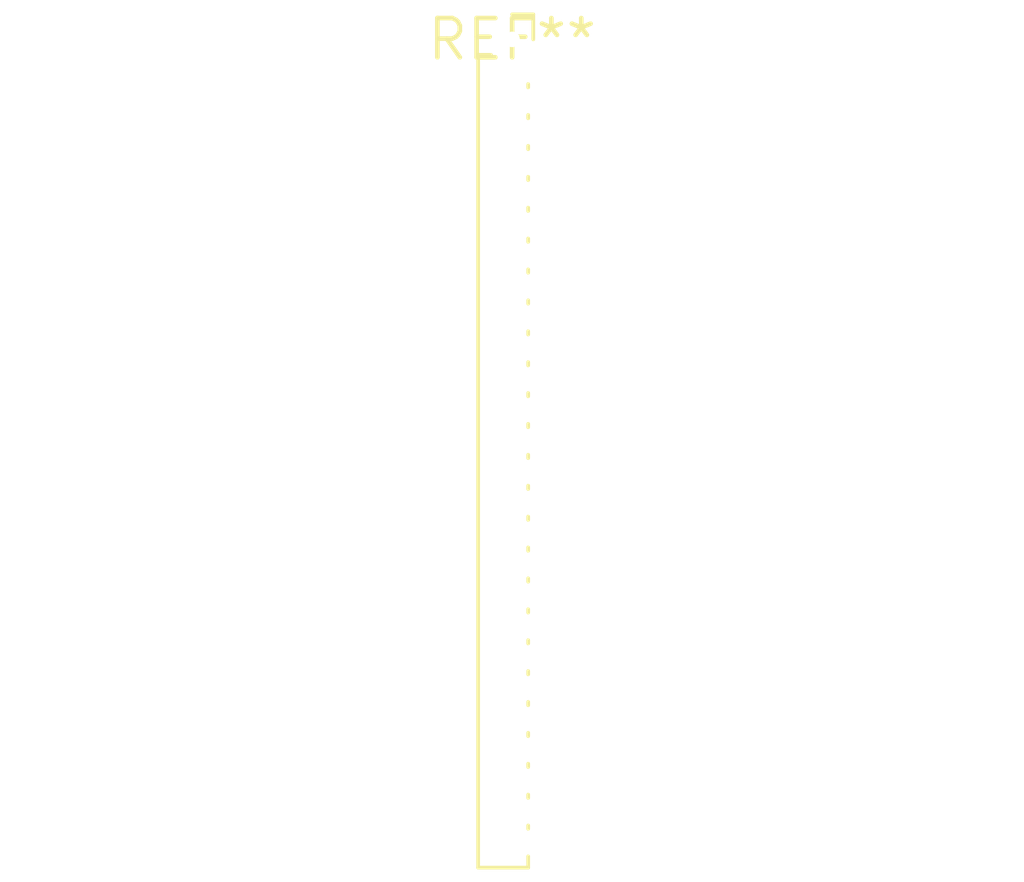
<source format=kicad_pcb>
(kicad_pcb (version 20240108) (generator pcbnew)
  (layers (0 "F.Cu" signal) (31 "B.Cu" signal) (34 "B.Paste" user) (35 "F.Paste" user) (36 "B.SilkS" user "B.Silkscreen") (37 "F.SilkS" user "F.Silkscreen") (38 "B.Mask" user) (39 "F.Mask" user) (44 "Edge.Cuts" user))
  (net 0 "")
  (footprint "PinSocket_1x27_P1.00mm_Vertical" (layer "F.Cu") (at 0 0)
    (property "Reference" "REF**")
    (property "Value" "PinSocket_1x27_P1.00mm_Vertical")
    (fp_line (start -1.1 0.5) (end -1.1 26.81) (layer "F.SilkS") (stroke (width 0.12)))
    (fp_line (start -1.1 0.5) (end -0.685 0.5) (layer "F.SilkS") (stroke (width 0.12)))
    (fp_line (start -1.1 26.81) (end 0.52 26.81) (layer "F.SilkS") (stroke (width 0.12)))
    (fp_line (start 0 -0.81) (end 0.685 -0.81) (layer "F.SilkS") (stroke (width 0.12)))
    (fp_line (start 0.52 1.445898) (end 0.52 1.554102) (layer "F.SilkS") (stroke (width 0.12)))
    (fp_line (start 0.52 2.445898) (end 0.52 2.554102) (layer "F.SilkS") (stroke (width 0.12)))
    (fp_line (start 0.52 3.445898) (end 0.52 3.554102) (layer "F.SilkS") (stroke (width 0.12)))
    (fp_line (start 0.52 4.445898) (end 0.52 4.554102) (layer "F.SilkS") (stroke (width 0.12)))
    (fp_line (start 0.52 5.445898) (end 0.52 5.554102) (layer "F.SilkS") (stroke (width 0.12)))
    (fp_line (start 0.52 6.445898) (end 0.52 6.554102) (layer "F.SilkS") (stroke (width 0.12)))
    (fp_line (start 0.52 7.445898) (end 0.52 7.554102) (layer "F.SilkS") (stroke (width 0.12)))
    (fp_line (start 0.52 8.445898) (end 0.52 8.554102) (layer "F.SilkS") (stroke (width 0.12)))
    (fp_line (start 0.52 9.445898) (end 0.52 9.554102) (layer "F.SilkS") (stroke (width 0.12)))
    (fp_line (start 0.52 10.445898) (end 0.52 10.554102) (layer "F.SilkS") (stroke (width 0.12)))
    (fp_line (start 0.52 11.445898) (end 0.52 11.554102) (layer "F.SilkS") (stroke (width 0.12)))
    (fp_line (start 0.52 12.445898) (end 0.52 12.554102) (layer "F.SilkS") (stroke (width 0.12)))
    (fp_line (start 0.52 13.445898) (end 0.52 13.554102) (layer "F.SilkS") (stroke (width 0.12)))
    (fp_line (start 0.52 14.445898) (end 0.52 14.554102) (layer "F.SilkS") (stroke (width 0.12)))
    (fp_line (start 0.52 15.445898) (end 0.52 15.554102) (layer "F.SilkS") (stroke (width 0.12)))
    (fp_line (start 0.52 16.445898) (end 0.52 16.554102) (layer "F.SilkS") (stroke (width 0.12)))
    (fp_line (start 0.52 17.445898) (end 0.52 17.554102) (layer "F.SilkS") (stroke (width 0.12)))
    (fp_line (start 0.52 18.445898) (end 0.52 18.554102) (layer "F.SilkS") (stroke (width 0.12)))
    (fp_line (start 0.52 19.445898) (end 0.52 19.554102) (layer "F.SilkS") (stroke (width 0.12)))
    (fp_line (start 0.52 20.445898) (end 0.52 20.554102) (layer "F.SilkS") (stroke (width 0.12)))
    (fp_line (start 0.52 21.445898) (end 0.52 21.554102) (layer "F.SilkS") (stroke (width 0.12)))
    (fp_line (start 0.52 22.445898) (end 0.52 22.554102) (layer "F.SilkS") (stroke (width 0.12)))
    (fp_line (start 0.52 23.445898) (end 0.52 23.554102) (layer "F.SilkS") (stroke (width 0.12)))
    (fp_line (start 0.52 24.445898) (end 0.52 24.554102) (layer "F.SilkS") (stroke (width 0.12)))
    (fp_line (start 0.52 25.445898) (end 0.52 25.554102) (layer "F.SilkS") (stroke (width 0.12)))
    (fp_line (start 0.52 26.445898) (end 0.52 26.81) (layer "F.SilkS") (stroke (width 0.12)))
    (fp_line (start 0.685 -0.81) (end 0.685 0) (layer "F.SilkS") (stroke (width 0.12)))
    (pad "1" thru_hole rect (at 0 0) (size 0.85 0.85) (drill 0.5) (layers *.Cu *.Mask) (remove_unused_layers))
    (pad "2" thru_hole oval (at 0 1) (size 0.85 0.85) (drill 0.5) (layers *.Cu *.Mask) (remove_unused_layers))
    (pad "3" thru_hole oval (at 0 2) (size 0.85 0.85) (drill 0.5) (layers *.Cu *.Mask) (remove_unused_layers))
    (pad "4" thru_hole oval (at 0 3) (size 0.85 0.85) (drill 0.5) (layers *.Cu *.Mask) (remove_unused_layers))
    (pad "5" thru_hole oval (at 0 4) (size 0.85 0.85) (drill 0.5) (layers *.Cu *.Mask) (remove_unused_layers))
    (pad "6" thru_hole oval (at 0 5) (size 0.85 0.85) (drill 0.5) (layers *.Cu *.Mask) (remove_unused_layers))
    (pad "7" thru_hole oval (at 0 6) (size 0.85 0.85) (drill 0.5) (layers *.Cu *.Mask) (remove_unused_layers))
    (pad "8" thru_hole oval (at 0 7) (size 0.85 0.85) (drill 0.5) (layers *.Cu *.Mask) (remove_unused_layers))
    (pad "9" thru_hole oval (at 0 8) (size 0.85 0.85) (drill 0.5) (layers *.Cu *.Mask) (remove_unused_layers))
    (pad "10" thru_hole oval (at 0 9) (size 0.85 0.85) (drill 0.5) (layers *.Cu *.Mask) (remove_unused_layers))
    (pad "11" thru_hole oval (at 0 10) (size 0.85 0.85) (drill 0.5) (layers *.Cu *.Mask) (remove_unused_layers))
    (pad "12" thru_hole oval (at 0 11) (size 0.85 0.85) (drill 0.5) (layers *.Cu *.Mask) (remove_unused_layers))
    (pad "13" thru_hole oval (at 0 12) (size 0.85 0.85) (drill 0.5) (layers *.Cu *.Mask) (remove_unused_layers))
    (pad "14" thru_hole oval (at 0 13) (size 0.85 0.85) (drill 0.5) (layers *.Cu *.Mask) (remove_unused_layers))
    (pad "15" thru_hole oval (at 0 14) (size 0.85 0.85) (drill 0.5) (layers *.Cu *.Mask) (remove_unused_layers))
    (pad "16" thru_hole oval (at 0 15) (size 0.85 0.85) (drill 0.5) (layers *.Cu *.Mask) (remove_unused_layers))
    (pad "17" thru_hole oval (at 0 16) (size 0.85 0.85) (drill 0.5) (layers *.Cu *.Mask) (remove_unused_layers))
    (pad "18" thru_hole oval (at 0 17) (size 0.85 0.85) (drill 0.5) (layers *.Cu *.Mask) (remove_unused_layers))
    (pad "19" thru_hole oval (at 0 18) (size 0.85 0.85) (drill 0.5) (layers *.Cu *.Mask) (remove_unused_layers))
    (pad "20" thru_hole oval (at 0 19) (size 0.85 0.85) (drill 0.5) (layers *.Cu *.Mask) (remove_unused_layers))
    (pad "21" thru_hole oval (at 0 20) (size 0.85 0.85) (drill 0.5) (layers *.Cu *.Mask) (remove_unused_layers))
    (pad "22" thru_hole oval (at 0 21) (size 0.85 0.85) (drill 0.5) (layers *.Cu *.Mask) (remove_unused_layers))
    (pad "23" thru_hole oval (at 0 22) (size 0.85 0.85) (drill 0.5) (layers *.Cu *.Mask) (remove_unused_layers))
    (pad "24" thru_hole oval (at 0 23) (size 0.85 0.85) (drill 0.5) (layers *.Cu *.Mask) (remove_unused_layers))
    (pad "25" thru_hole oval (at 0 24) (size 0.85 0.85) (drill 0.5) (layers *.Cu *.Mask) (remove_unused_layers))
    (pad "26" thru_hole oval (at 0 25) (size 0.85 0.85) (drill 0.5) (layers *.Cu *.Mask) (remove_unused_layers))
    (pad "27" thru_hole oval (at 0 26) (size 0.85 0.85) (drill 0.5) (layers *.Cu *.Mask) (remove_unused_layers))
  )
)
</source>
